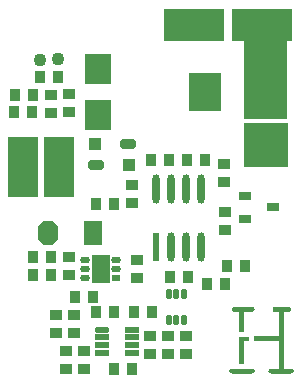
<source format=gts>
G04*
G04 #@! TF.GenerationSoftware,Altium Limited,Altium Designer,21.7.2 (23)*
G04*
G04 Layer_Color=8388736*
%FSLAX25Y25*%
%MOIN*%
G70*
G04*
G04 #@! TF.SameCoordinates,A1ADA5E8-AEB3-433E-A02D-67FD1DACD288*
G04*
G04*
G04 #@! TF.FilePolarity,Negative*
G04*
G01*
G75*
%ADD15R,0.03394X0.03994*%
%ADD16R,0.03994X0.03394*%
%ADD17C,0.04331*%
%ADD18O,0.01968X0.03740*%
%ADD19R,0.04134X0.02756*%
%ADD20R,0.20079X0.10630*%
%ADD21R,0.00394X0.00394*%
%ADD22R,0.10236X0.20079*%
G04:AMPARAMS|DCode=23|XSize=97.21mil|YSize=24.49mil|CornerRadius=12.25mil|HoleSize=0mil|Usage=FLASHONLY|Rotation=90.000|XOffset=0mil|YOffset=0mil|HoleType=Round|Shape=RoundedRectangle|*
%AMROUNDEDRECTD23*
21,1,0.09721,0.00000,0,0,90.0*
21,1,0.07272,0.02449,0,0,90.0*
1,1,0.02449,0.00000,0.03636*
1,1,0.02449,0.00000,-0.03636*
1,1,0.02449,0.00000,-0.03636*
1,1,0.02449,0.00000,0.03636*
%
%ADD23ROUNDEDRECTD23*%
%ADD24R,0.02449X0.09721*%
%ADD25R,0.04528X0.02165*%
%ADD26R,0.13394X0.08394*%
G04:AMPARAMS|DCode=27|XSize=53.94mil|YSize=33.94mil|CornerRadius=0mil|HoleSize=0mil|Usage=FLASHONLY|Rotation=180.000|XOffset=0mil|YOffset=0mil|HoleType=Round|Shape=Octagon|*
%AMOCTAGOND27*
4,1,8,-0.02697,0.00848,-0.02697,-0.00848,-0.01848,-0.01697,0.01848,-0.01697,0.02697,-0.00848,0.02697,0.00848,0.01848,0.01697,-0.01848,0.01697,-0.02697,0.00848,0.0*
%
%ADD27OCTAGOND27*%

%ADD28R,0.04394X0.04394*%
%ADD29R,0.08858X0.10039*%
%ADD30R,0.10630X0.12598*%
G04:AMPARAMS|DCode=31|XSize=31.5mil|YSize=19.68mil|CornerRadius=7.87mil|HoleSize=0mil|Usage=FLASHONLY|Rotation=180.000|XOffset=0mil|YOffset=0mil|HoleType=Round|Shape=RoundedRectangle|*
%AMROUNDEDRECTD31*
21,1,0.03150,0.00394,0,0,180.0*
21,1,0.01575,0.01968,0,0,180.0*
1,1,0.01575,-0.00787,0.00197*
1,1,0.01575,0.00787,0.00197*
1,1,0.01575,0.00787,-0.00197*
1,1,0.01575,-0.00787,-0.00197*
%
%ADD31ROUNDEDRECTD31*%
%ADD32R,0.03150X0.01968*%
%ADD33R,0.06102X0.09646*%
%ADD34R,0.06394X0.07894*%
G04:AMPARAMS|DCode=35|XSize=63.94mil|YSize=78.94mil|CornerRadius=0mil|HoleSize=0mil|Usage=FLASHONLY|Rotation=180.000|XOffset=0mil|YOffset=0mil|HoleType=Round|Shape=Octagon|*
%AMOCTAGOND35*
4,1,8,0.01598,-0.03947,-0.01598,-0.03947,-0.03197,-0.02348,-0.03197,0.02348,-0.01598,0.03947,0.01598,0.03947,0.03197,0.02348,0.03197,-0.02348,0.01598,-0.03947,0.0*
%
%ADD35OCTAGOND35*%

G04:AMPARAMS|DCode=36|XSize=21.65mil|YSize=45.28mil|CornerRadius=6.4mil|HoleSize=0mil|Usage=FLASHONLY|Rotation=90.000|XOffset=0mil|YOffset=0mil|HoleType=Round|Shape=RoundedRectangle|*
%AMROUNDEDRECTD36*
21,1,0.02165,0.03248,0,0,90.0*
21,1,0.00886,0.04528,0,0,90.0*
1,1,0.01280,0.01624,0.00443*
1,1,0.01280,0.01624,-0.00443*
1,1,0.01280,-0.01624,-0.00443*
1,1,0.01280,-0.01624,0.00443*
%
%ADD36ROUNDEDRECTD36*%
%ADD37C,0.03543*%
G36*
X292039Y325050D02*
X292076Y325039D01*
X292110Y325020D01*
X292140Y324996D01*
X292164Y324966D01*
X292183Y324932D01*
X292194Y324894D01*
X292198Y324856D01*
Y288778D01*
X292194Y288739D01*
X292183Y288702D01*
X292164Y288668D01*
X292140Y288638D01*
X292110Y288613D01*
X292076Y288595D01*
X292039Y288584D01*
X292000Y288580D01*
X278000D01*
X277961Y288584D01*
X277924Y288595D01*
X277890Y288613D01*
X277860Y288638D01*
X277835Y288668D01*
X277817Y288702D01*
X277806Y288739D01*
X277802Y288778D01*
Y324856D01*
X277806Y324894D01*
X277817Y324932D01*
X277835Y324966D01*
X277860Y324996D01*
X277890Y325020D01*
X277924Y325039D01*
X277961Y325050D01*
X278000Y325054D01*
X292000D01*
X292039Y325050D01*
D02*
G37*
G36*
X292217Y287148D02*
X292254Y287137D01*
X292288Y287118D01*
X292318Y287094D01*
X292342Y287064D01*
X292361Y287030D01*
X292372Y286993D01*
X292376Y286954D01*
Y272522D01*
X292372Y272483D01*
X292361Y272446D01*
X292342Y272412D01*
X292318Y272382D01*
X292288Y272357D01*
X292254Y272339D01*
X292217Y272328D01*
X292178Y272324D01*
X277866D01*
X277828Y272328D01*
X277791Y272339D01*
X277757Y272357D01*
X277727Y272382D01*
X277702Y272412D01*
X277684Y272446D01*
X277672Y272483D01*
X277669Y272522D01*
X277669Y286954D01*
X277673Y286993D01*
X277684Y287030D01*
X277702Y287064D01*
X277727Y287094D01*
X277757Y287118D01*
X277791Y287137D01*
X277828Y287148D01*
X277867Y287152D01*
X292178D01*
X292217Y287148D01*
D02*
G37*
G36*
X280223Y225816D02*
X280274Y225815D01*
X280325Y225814D01*
X280381Y225812D01*
X280436Y225808D01*
X280489Y225803D01*
X280540Y225798D01*
X280596Y225790D01*
X280650Y225781D01*
X280701Y225771D01*
X280751Y225759D01*
X280804Y225745D01*
X280854Y225729D01*
X280901Y225711D01*
X280951Y225690D01*
X280997Y225667D01*
X281043Y225640D01*
X281085Y225610D01*
X281129Y225576D01*
X281167Y225543D01*
X281203Y225507D01*
X281240Y225465D01*
X281239Y225465D01*
X281243Y225460D01*
X281252Y225449D01*
X281259Y225438D01*
X281267Y225427D01*
X281271Y225422D01*
X281282Y225404D01*
X281303Y225367D01*
X281321Y225329D01*
X281338Y225290D01*
X281346Y225270D01*
X281346Y225270D01*
X281348Y225263D01*
X281352Y225248D01*
X281356Y225233D01*
X281360Y225219D01*
X281363Y225211D01*
X281373Y225157D01*
X281380Y225101D01*
X281383Y225051D01*
X281383Y225000D01*
X281381Y224950D01*
X281374Y224893D01*
X281364Y224836D01*
X281350Y224787D01*
X281350Y224787D01*
X281348Y224780D01*
X281343Y224765D01*
X281338Y224750D01*
X281333Y224736D01*
X281330Y224729D01*
X281324Y224714D01*
X281311Y224686D01*
X281297Y224658D01*
X281282Y224631D01*
X281274Y224618D01*
X281274D01*
X281269Y224612D01*
X281260Y224599D01*
X281251Y224586D01*
X281242Y224573D01*
X281237Y224566D01*
X281203Y224525D01*
X281167Y224486D01*
X281127Y224449D01*
X281082Y224415D01*
X281036Y224386D01*
X280989Y224361D01*
X280942Y224340D01*
X280892Y224321D01*
X280844Y224305D01*
X280793Y224290D01*
X280740Y224278D01*
X280690Y224267D01*
X280638Y224258D01*
X280584Y224250D01*
X280534Y224244D01*
X280482Y224239D01*
X280429Y224235D01*
X280374Y224232D01*
X280318Y224230D01*
X280267Y224229D01*
X280215Y224228D01*
X277853D01*
Y217543D01*
X276098D01*
Y224228D01*
X275003Y224228D01*
X274949Y224229D01*
X274897Y224230D01*
X274846Y224232D01*
X274790Y224235D01*
X274735Y224239D01*
X274682Y224244D01*
X274630Y224250D01*
X274581Y224257D01*
X274531Y224266D01*
X274478Y224276D01*
X274428Y224287D01*
X274376Y224301D01*
X274326Y224317D01*
X274275Y224335D01*
X274229Y224355D01*
X274184Y224378D01*
X274138Y224404D01*
X274097Y224433D01*
X274059Y224466D01*
X274018Y224506D01*
X273980Y224550D01*
X273950Y224590D01*
X273950D01*
X273945Y224597D01*
X273937Y224610D01*
X273928Y224623D01*
X273920Y224637D01*
X273916Y224643D01*
X273908Y224656D01*
X273895Y224683D01*
X273882Y224710D01*
X273871Y224738D01*
X273866Y224752D01*
X273863Y224759D01*
X273858Y224775D01*
X273854Y224790D01*
X273849Y224805D01*
X273847Y224813D01*
X273835Y224867D01*
X273827Y224919D01*
X273822Y224973D01*
X273821Y225028D01*
X273822Y225079D01*
X273827Y225130D01*
X273835Y225181D01*
X273847Y225230D01*
X273863Y225283D01*
Y225283D01*
X273866Y225289D01*
X273871Y225302D01*
X273876Y225314D01*
X273881Y225326D01*
X273884Y225332D01*
X273893Y225351D01*
X273914Y225388D01*
X273936Y225424D01*
X273960Y225458D01*
X273973Y225475D01*
X273978Y225480D01*
X273988Y225492D01*
X273998Y225503D01*
X274009Y225514D01*
X274014Y225520D01*
X274054Y225558D01*
X274098Y225594D01*
X274143Y225627D01*
X274187Y225655D01*
X274233Y225679D01*
X274282Y225701D01*
X274329Y225720D01*
X274378Y225737D01*
X274431Y225752D01*
X274480Y225764D01*
X274532Y225776D01*
X274586Y225785D01*
X274636Y225793D01*
X274687Y225799D01*
X274740Y225804D01*
X274795Y225809D01*
X274852Y225812D01*
X274903Y225814D01*
X274955Y225815D01*
X275009Y225816D01*
X280223Y225816D01*
D02*
G37*
G36*
X279484Y214400D02*
X277853D01*
X277854Y206809D01*
X276098D01*
X276098Y215944D01*
X279484D01*
Y214400D01*
D02*
G37*
G36*
X292407Y225815D02*
X292460Y225814D01*
X292511Y225812D01*
X292567Y225809D01*
X292622Y225805D01*
X292676Y225799D01*
X292727Y225793D01*
X292777Y225785D01*
X292831Y225776D01*
X292883Y225765D01*
X292932Y225752D01*
X292985Y225737D01*
X293035Y225720D01*
X293082Y225702D01*
X293130Y225680D01*
X293176Y225656D01*
X293220Y225628D01*
X293264Y225595D01*
X293304Y225563D01*
X293344Y225526D01*
X293383Y225484D01*
X293388Y225479D01*
X293396Y225468D01*
X293405Y225457D01*
X293414Y225446D01*
X293418Y225440D01*
X293428Y225425D01*
X293448Y225394D01*
X293466Y225361D01*
X293482Y225329D01*
X293489Y225312D01*
X293492Y225305D01*
X293497Y225292D01*
X293501Y225278D01*
X293506Y225265D01*
X293509Y225259D01*
X293509Y225259D01*
X293524Y225203D01*
X293534Y225150D01*
X293540Y225094D01*
X293543Y225044D01*
X293543Y224993D01*
X293540Y224942D01*
X293532Y224884D01*
X293520Y224825D01*
X293518Y224818D01*
X293515Y224805D01*
X293511Y224791D01*
X293507Y224778D01*
X293505Y224771D01*
X293498Y224751D01*
X293481Y224712D01*
X293463Y224674D01*
X293444Y224637D01*
X293433Y224618D01*
X293429Y224613D01*
X293422Y224603D01*
X293415Y224592D01*
X293408Y224582D01*
X293405Y224577D01*
X293405Y224577D01*
X293369Y224532D01*
X293332Y224492D01*
X293292Y224454D01*
X293251Y224422D01*
X293207Y224393D01*
X293160Y224367D01*
X293113Y224345D01*
X293065Y224327D01*
X293017Y224310D01*
X292967Y224295D01*
X292918Y224283D01*
X292867Y224272D01*
X292817Y224263D01*
X292763Y224254D01*
X292712Y224248D01*
X292660Y224242D01*
X292607Y224237D01*
X292551Y224234D01*
X292501Y224231D01*
X292450Y224230D01*
X292397Y224229D01*
X291266Y224228D01*
Y205216D01*
X293251D01*
X293304Y205215D01*
X293355Y205214D01*
X293411Y205212D01*
X293466Y205208D01*
X293519Y205204D01*
X293571Y205198D01*
X293620Y205192D01*
X293675Y205183D01*
X293727Y205173D01*
X293777Y205162D01*
X293830Y205148D01*
X293881Y205132D01*
X293929Y205115D01*
X293979Y205094D01*
X294024Y205072D01*
X294071Y205045D01*
X294113Y205017D01*
X294155Y204984D01*
X294198Y204948D01*
X294240Y204907D01*
X294245Y204902D01*
X294254Y204891D01*
X294263Y204881D01*
X294272Y204870D01*
X294276Y204865D01*
X294280Y204860D01*
X294288Y204849D01*
X294296Y204838D01*
X294304Y204827D01*
X294308Y204822D01*
X294317Y204809D01*
X294333Y204782D01*
X294348Y204754D01*
X294361Y204726D01*
X294367Y204712D01*
X294369Y204705D01*
X294374Y204692D01*
X294379Y204678D01*
X294384Y204665D01*
X294386Y204659D01*
Y204659D01*
X294401Y204603D01*
X294411Y204550D01*
X294418Y204494D01*
X294420Y204444D01*
X294420Y204392D01*
X294416Y204335D01*
X294407Y204275D01*
X294405Y204268D01*
X294402Y204254D01*
X294399Y204240D01*
X294395Y204226D01*
X294394Y204219D01*
X294392Y204212D01*
X294387Y204199D01*
X294383Y204185D01*
X294378Y204172D01*
X294376Y204165D01*
X294372Y204155D01*
X294364Y204135D01*
X294355Y204115D01*
X294346Y204096D01*
X294341Y204086D01*
X294338Y204081D01*
X294331Y204069D01*
X294324Y204057D01*
X294317Y204046D01*
X294314Y204040D01*
X294314Y204040D01*
X294281Y203992D01*
X294247Y203950D01*
X294210Y203911D01*
X294170Y203873D01*
X294128Y203838D01*
X294084Y203807D01*
X294038Y203780D01*
X293990Y203755D01*
X293941Y203734D01*
X293894Y203716D01*
X293844Y203700D01*
X293791Y203686D01*
X293742Y203674D01*
X293690Y203664D01*
X293637Y203655D01*
X293581Y203647D01*
X293530Y203641D01*
X293477Y203636D01*
X293423Y203633D01*
X293367Y203630D01*
X293316Y203629D01*
X293264Y203628D01*
X287150Y203628D01*
X287097Y203629D01*
X287046Y203630D01*
X286990Y203632D01*
X286935Y203636D01*
X286882Y203640D01*
X286830Y203646D01*
X286780Y203652D01*
X286726Y203661D01*
X286674Y203671D01*
X286624Y203682D01*
X286571Y203696D01*
X286520Y203712D01*
X286472Y203729D01*
X286422Y203750D01*
X286377Y203772D01*
X286330Y203799D01*
X286288Y203827D01*
X286246Y203859D01*
X286207Y203895D01*
X286171Y203931D01*
X286133Y203975D01*
X286097Y204024D01*
X286093Y204031D01*
X286085Y204044D01*
X286077Y204057D01*
X286069Y204070D01*
X286065Y204077D01*
X286065Y204077D01*
X286057Y204093D01*
X286041Y204125D01*
X286028Y204158D01*
X286015Y204192D01*
X286010Y204209D01*
X286008Y204217D01*
X286004Y204232D01*
X286000Y204246D01*
X285997Y204261D01*
X285995Y204269D01*
X285986Y204321D01*
X285982Y204372D01*
X285981Y204379D01*
X285981Y204393D01*
X285981Y204407D01*
X285980Y204421D01*
X285980Y204428D01*
Y204428D01*
X285982Y204479D01*
X285986Y204529D01*
X285994Y204584D01*
X286006Y204637D01*
X286022Y204692D01*
X286025Y204698D01*
X286030Y204710D01*
X286034Y204722D01*
X286039Y204735D01*
X286042Y204741D01*
X286050Y204758D01*
X286068Y204791D01*
X286086Y204823D01*
X286107Y204855D01*
X286117Y204871D01*
X286117D01*
X286122Y204877D01*
X286132Y204889D01*
X286142Y204900D01*
X286152Y204912D01*
X286157Y204918D01*
Y204918D01*
X286192Y204955D01*
X286230Y204988D01*
X286273Y205021D01*
X286316Y205049D01*
X286363Y205075D01*
X286411Y205098D01*
X286457Y205116D01*
X286507Y205134D01*
X286559Y205149D01*
X286608Y205162D01*
X286659Y205173D01*
X286712Y205183D01*
X286768Y205192D01*
X286819Y205198D01*
X286872Y205204D01*
X286927Y205208D01*
X286983Y205212D01*
X287034Y205214D01*
X287086Y205215D01*
X287140Y205216D01*
X289490Y205216D01*
Y214400D01*
X281098D01*
Y215988D01*
X289490D01*
Y224228D01*
X287590D01*
Y225816D01*
X292352D01*
X292407Y225815D01*
D02*
G37*
G36*
X280223Y205216D02*
X280274Y205215D01*
X280325Y205214D01*
X280381Y205211D01*
X280436Y205208D01*
X280489Y205203D01*
X280540Y205198D01*
X280596Y205190D01*
X280650Y205181D01*
X280701Y205171D01*
X280751Y205159D01*
X280804Y205145D01*
X280854Y205129D01*
X280901Y205111D01*
X280951Y205090D01*
X280997Y205067D01*
X281043Y205040D01*
X281085Y205010D01*
X281129Y204976D01*
X281167Y204943D01*
X281203Y204907D01*
X281240Y204865D01*
X281239Y204865D01*
X281243Y204860D01*
X281251Y204849D01*
X281259Y204838D01*
X281267Y204827D01*
X281271Y204822D01*
X281281Y204807D01*
X281299Y204776D01*
X281315Y204745D01*
X281330Y204712D01*
X281336Y204696D01*
X281339Y204689D01*
X281344Y204674D01*
X281348Y204660D01*
X281353Y204645D01*
X281356Y204638D01*
X281368Y204587D01*
X281377Y204535D01*
X281382Y204482D01*
X281384Y204431D01*
X281382Y204376D01*
X281378Y204326D01*
X281370Y204275D01*
X281357Y204219D01*
X281357D01*
X281355Y204212D01*
X281350Y204199D01*
X281346Y204185D01*
X281342Y204172D01*
X281339Y204165D01*
X281334Y204152D01*
X281324Y204128D01*
X281312Y204103D01*
X281300Y204080D01*
X281294Y204068D01*
X281290Y204062D01*
X281282Y204049D01*
X281275Y204037D01*
X281267Y204025D01*
X281263Y204019D01*
X281232Y203977D01*
X281199Y203938D01*
X281163Y203901D01*
X281123Y203864D01*
X281081Y203830D01*
X281037Y203801D01*
X280991Y203774D01*
X280945Y203751D01*
X280895Y203730D01*
X280847Y203713D01*
X280797Y203697D01*
X280744Y203683D01*
X280694Y203672D01*
X280642Y203661D01*
X280588Y203653D01*
X280538Y203646D01*
X280487Y203641D01*
X280434Y203636D01*
X280379Y203632D01*
X280323Y203630D01*
X280272Y203629D01*
X280220Y203628D01*
X274090Y203628D01*
X274038Y203629D01*
X273988Y203631D01*
X273932Y203633D01*
X273878Y203637D01*
X273825Y203642D01*
X273774Y203648D01*
X273719Y203656D01*
X273666Y203665D01*
X273615Y203676D01*
X273566Y203687D01*
X273513Y203702D01*
X273464Y203718D01*
X273417Y203736D01*
X273368Y203758D01*
X273321Y203783D01*
X273275Y203810D01*
X273232Y203842D01*
X273190Y203876D01*
X273150Y203915D01*
X273113Y203955D01*
X273079Y203998D01*
X273046Y204047D01*
Y204047D01*
X273042Y204053D01*
X273035Y204067D01*
X273027Y204080D01*
X273020Y204093D01*
X273016Y204100D01*
X273010Y204113D01*
X272998Y204140D01*
X272987Y204167D01*
X272977Y204195D01*
X272973Y204209D01*
X272971Y204217D01*
X272967Y204232D01*
X272964Y204246D01*
X272960Y204261D01*
X272958Y204269D01*
X272950Y204321D01*
X272945Y204372D01*
X272943Y204428D01*
X272945Y204479D01*
X272950Y204530D01*
X272958Y204580D01*
X272969Y204630D01*
X272986Y204683D01*
X272986Y204683D01*
X272988Y204689D01*
X272993Y204701D01*
X272998Y204714D01*
X273004Y204726D01*
X273006Y204732D01*
X273015Y204750D01*
X273033Y204784D01*
X273054Y204817D01*
X273076Y204849D01*
X273087Y204865D01*
X273087D01*
X273092Y204870D01*
X273101Y204881D01*
X273110Y204891D01*
X273119Y204902D01*
X273124Y204907D01*
X273166Y204948D01*
X273210Y204985D01*
X273251Y205017D01*
X273294Y205046D01*
X273341Y205072D01*
X273387Y205095D01*
X273437Y205116D01*
X273485Y205133D01*
X273536Y205148D01*
X273589Y205162D01*
X273639Y205174D01*
X273691Y205184D01*
X273745Y205192D01*
X273795Y205199D01*
X273847Y205204D01*
X273900Y205208D01*
X273955Y205212D01*
X274012Y205214D01*
X274062Y205215D01*
X274113Y205216D01*
X280223Y205216D01*
D02*
G37*
D15*
X253285Y235876D02*
D03*
X259285D02*
D03*
X201305Y290667D02*
D03*
X207305D02*
D03*
X215931Y302622D02*
D03*
X209931D02*
D03*
X201449Y296612D02*
D03*
X207449D02*
D03*
X228500Y260000D02*
D03*
X234500D02*
D03*
X207500Y236500D02*
D03*
X213500D02*
D03*
Y242500D02*
D03*
X207500D02*
D03*
X272000Y239500D02*
D03*
X278000D02*
D03*
X241000Y224200D02*
D03*
X265500Y233500D02*
D03*
X271500D02*
D03*
X228500Y224000D02*
D03*
X234500D02*
D03*
X264984Y274982D02*
D03*
X258984D02*
D03*
X246984D02*
D03*
X252984D02*
D03*
X227500Y229000D02*
D03*
X221500D02*
D03*
X247000Y224200D02*
D03*
X234500Y205200D02*
D03*
X240500D02*
D03*
D16*
X219416Y290676D02*
D03*
Y296676D02*
D03*
X213401Y290568D02*
D03*
Y296568D02*
D03*
X271500Y251500D02*
D03*
Y257500D02*
D03*
X271000Y273500D02*
D03*
Y267500D02*
D03*
X240500Y260500D02*
D03*
Y266500D02*
D03*
X242000Y241500D02*
D03*
Y235500D02*
D03*
X246500Y210199D02*
D03*
Y216199D02*
D03*
X252500Y210199D02*
D03*
Y216199D02*
D03*
X258500Y210199D02*
D03*
Y216199D02*
D03*
X221000Y217199D02*
D03*
Y223200D02*
D03*
X215000Y217199D02*
D03*
Y223200D02*
D03*
X224500Y205200D02*
D03*
Y211199D02*
D03*
X218500D02*
D03*
Y205200D02*
D03*
X219500Y236500D02*
D03*
Y242500D02*
D03*
D17*
X215795Y308411D02*
D03*
X209888Y308196D02*
D03*
D18*
X252698Y221450D02*
D03*
X255258D02*
D03*
X257817D02*
D03*
X252698Y230308D02*
D03*
X255258D02*
D03*
X257817D02*
D03*
D19*
X287557Y259034D02*
D03*
X278187Y255294D02*
D03*
Y262774D02*
D03*
D20*
X283888Y319882D02*
D03*
X261000D02*
D03*
D21*
X276464Y204582D02*
D03*
X276976Y214621D02*
D03*
X290362Y225015D02*
D03*
X276976Y224836D02*
D03*
D22*
X216000Y272500D02*
D03*
X204000D02*
D03*
D23*
X248484Y264985D02*
D03*
X253484D02*
D03*
X258484D02*
D03*
X263484D02*
D03*
Y245980D02*
D03*
X258484D02*
D03*
X253484D02*
D03*
D24*
X248484D02*
D03*
D25*
X240588Y218215D02*
D03*
Y210538D02*
D03*
X230351D02*
D03*
Y215656D02*
D03*
Y213097D02*
D03*
X240588D02*
D03*
Y215656D02*
D03*
D26*
X285000Y305500D02*
D03*
Y283000D02*
D03*
D27*
X228500Y273000D02*
D03*
X239000Y280000D02*
D03*
D28*
X239500Y273000D02*
D03*
X228000Y280000D02*
D03*
D29*
X229087Y289724D02*
D03*
Y305276D02*
D03*
D30*
X264913Y297500D02*
D03*
D31*
X224764Y241650D02*
D03*
Y238500D02*
D03*
Y235350D02*
D03*
X235236Y241650D02*
D03*
Y238500D02*
D03*
D32*
Y235350D02*
D03*
D33*
X230000Y238500D02*
D03*
D34*
X227500Y250500D02*
D03*
D35*
X212500D02*
D03*
D36*
X230351Y218215D02*
D03*
D37*
X280831Y298425D02*
D03*
Y291407D02*
D03*
X289193Y291364D02*
D03*
Y298425D02*
D03*
X289194Y311088D02*
D03*
X280829Y311046D02*
D03*
M02*

</source>
